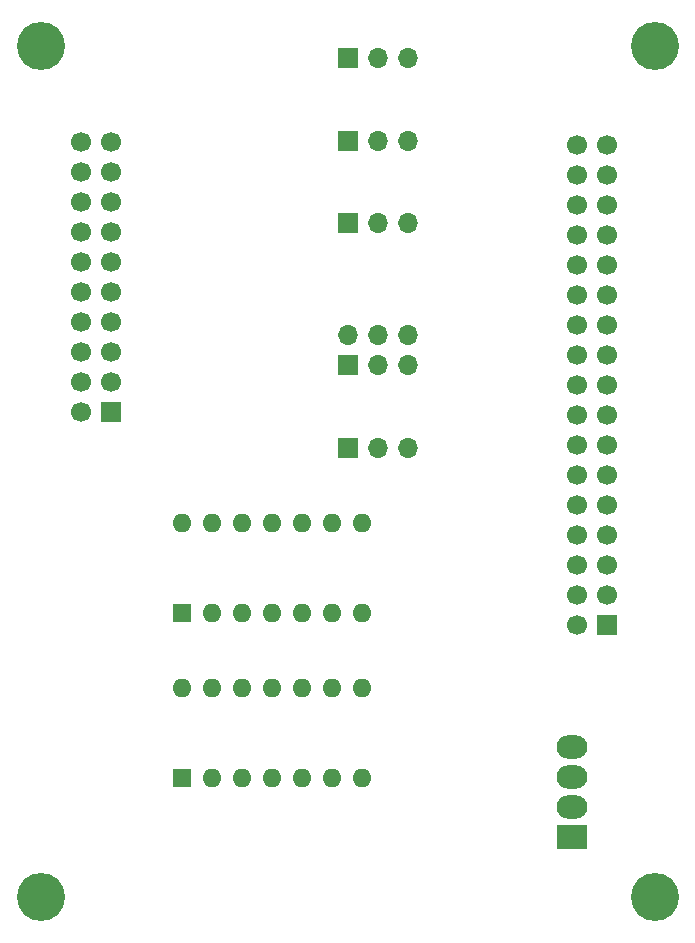
<source format=gbr>
%TF.GenerationSoftware,KiCad,Pcbnew,(5.0.0-3-g0214c9d)*%
%TF.CreationDate,2018-12-11T01:20:51+01:00*%
%TF.ProjectId,AmiExtFDD,416D694578744644442E6B696361645F,rev?*%
%TF.SameCoordinates,Original*%
%TF.FileFunction,Soldermask,Bot*%
%TF.FilePolarity,Negative*%
%FSLAX46Y46*%
G04 Gerber Fmt 4.6, Leading zero omitted, Abs format (unit mm)*
G04 Created by KiCad (PCBNEW (5.0.0-3-g0214c9d)) date 2018 December 11, Tuesday 01:20:51*
%MOMM*%
%LPD*%
G01*
G04 APERTURE LIST*
%ADD10R,1.700000X1.700000*%
%ADD11C,1.700000*%
%ADD12R,2.600000X2.000000*%
%ADD13O,2.600000X2.000000*%
%ADD14O,1.700000X1.700000*%
%ADD15R,1.600000X1.600000*%
%ADD16O,1.600000X1.600000*%
%ADD17C,4.064000*%
G04 APERTURE END LIST*
D10*
X65000000Y-85000000D03*
D11*
X62460000Y-85000000D03*
X65000000Y-82460000D03*
X62460000Y-82460000D03*
X65000000Y-79920000D03*
X62460000Y-79920000D03*
X65000000Y-77380000D03*
X62460000Y-77380000D03*
X65000000Y-74840000D03*
X62460000Y-74840000D03*
X65000000Y-72300000D03*
X62460000Y-72300000D03*
X65000000Y-69760000D03*
X62460000Y-69760000D03*
X65000000Y-67220000D03*
X62460000Y-67220000D03*
X65000000Y-64680000D03*
X62460000Y-64680000D03*
X65000000Y-62140000D03*
X62460000Y-62140000D03*
D10*
X107000000Y-103000000D03*
D11*
X104460000Y-103000000D03*
X107000000Y-100460000D03*
X104460000Y-100460000D03*
X107000000Y-97920000D03*
X104460000Y-97920000D03*
X107000000Y-95380000D03*
X104460000Y-95380000D03*
X107000000Y-92840000D03*
X104460000Y-92840000D03*
X107000000Y-90300000D03*
X104460000Y-90300000D03*
X107000000Y-87760000D03*
X104460000Y-87760000D03*
X107000000Y-85220000D03*
X104460000Y-85220000D03*
X107000000Y-82680000D03*
X104460000Y-82680000D03*
X107000000Y-80140000D03*
X104460000Y-80140000D03*
X107000000Y-77600000D03*
X104460000Y-77600000D03*
X107000000Y-75060000D03*
X104460000Y-75060000D03*
X107000000Y-72520000D03*
X104460000Y-72520000D03*
X107000000Y-69980000D03*
X104460000Y-69980000D03*
X107000000Y-67440000D03*
X104460000Y-67440000D03*
X107000000Y-64900000D03*
X104460000Y-64900000D03*
X107000000Y-62360000D03*
X104460000Y-62360000D03*
D12*
X104000000Y-121000000D03*
D13*
X104000000Y-118460000D03*
X104000000Y-115920000D03*
X104000000Y-113380000D03*
D10*
X85000000Y-55000000D03*
D14*
X87540000Y-55000000D03*
X90080000Y-55000000D03*
X90080000Y-62000000D03*
X87540000Y-62000000D03*
D10*
X85000000Y-62000000D03*
X85000000Y-69000000D03*
D14*
X87540000Y-69000000D03*
X90080000Y-69000000D03*
D10*
X85000000Y-81000000D03*
D14*
X85000000Y-78460000D03*
X87540000Y-81000000D03*
X87540000Y-78460000D03*
X90080000Y-81000000D03*
X90080000Y-78460000D03*
X90080000Y-88000000D03*
X87540000Y-88000000D03*
D10*
X85000000Y-88000000D03*
D15*
X71000000Y-102000000D03*
D16*
X86240000Y-94380000D03*
X73540000Y-102000000D03*
X83700000Y-94380000D03*
X76080000Y-102000000D03*
X81160000Y-94380000D03*
X78620000Y-102000000D03*
X78620000Y-94380000D03*
X81160000Y-102000000D03*
X76080000Y-94380000D03*
X83700000Y-102000000D03*
X73540000Y-94380000D03*
X86240000Y-102000000D03*
X71000000Y-94380000D03*
X71000000Y-108380000D03*
X86240000Y-116000000D03*
X73540000Y-108380000D03*
X83700000Y-116000000D03*
X76080000Y-108380000D03*
X81160000Y-116000000D03*
X78620000Y-108380000D03*
X78620000Y-116000000D03*
X81160000Y-108380000D03*
X76080000Y-116000000D03*
X83700000Y-108380000D03*
X73540000Y-116000000D03*
X86240000Y-108380000D03*
D15*
X71000000Y-116000000D03*
D17*
X59000000Y-54000000D03*
X111000000Y-54000000D03*
X111000000Y-126000000D03*
X59000000Y-126000000D03*
M02*

</source>
